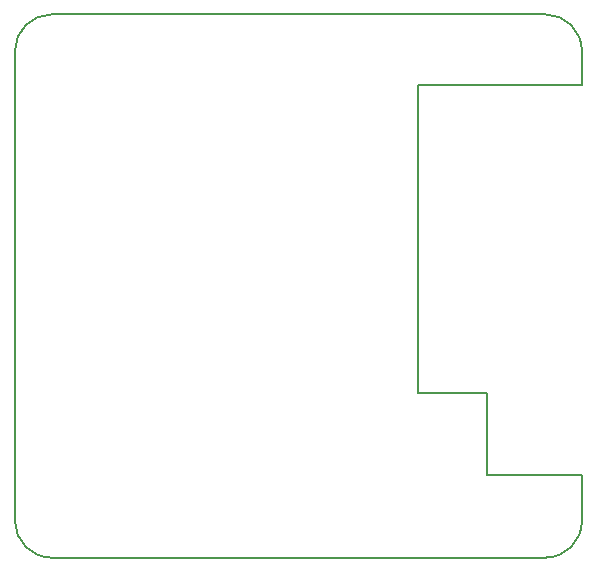
<source format=gbr>
G04 #@! TF.GenerationSoftware,KiCad,Pcbnew,8.99.0-unknown*
G04 #@! TF.CreationDate,2024-03-12T12:42:11+03:00*
G04 #@! TF.ProjectId,opi-hat,6f70692d-6861-4742-9e6b-696361645f70,rev?*
G04 #@! TF.SameCoordinates,Original*
G04 #@! TF.FileFunction,Profile,NP*
%FSLAX46Y46*%
G04 Gerber Fmt 4.6, Leading zero omitted, Abs format (unit mm)*
G04 Created by KiCad (PCBNEW 8.99.0-unknown) date 2024-03-12 12:42:11*
%MOMM*%
%LPD*%
G01*
G04 APERTURE LIST*
G04 #@! TA.AperFunction,Profile*
%ADD10C,0.127000*%
G04 #@! TD*
G04 APERTURE END LIST*
D10*
X81681300Y-54586900D02*
X81681300Y-94386900D01*
X84781300Y-97486899D02*
X126581299Y-97486899D01*
X115841253Y-57501509D02*
X115841253Y-83536509D01*
X115841253Y-83536509D02*
X121683253Y-83536509D01*
X121683253Y-83536509D02*
X121683253Y-90521509D01*
X121683253Y-90521509D02*
X129684253Y-90521509D01*
X126581299Y-51486900D02*
X84781300Y-51486900D01*
X129681299Y-57501509D02*
X115841253Y-57501509D01*
X129681299Y-57501509D02*
X129681299Y-54586900D01*
X129684253Y-90521509D02*
X129684253Y-94382309D01*
X81681300Y-54586900D02*
G75*
G02*
X84781300Y-51486900I3100000J0D01*
G01*
X84781300Y-97486900D02*
G75*
G02*
X81681300Y-94386900I0J3100000D01*
G01*
X126581299Y-51486900D02*
G75*
G02*
X129681302Y-54586900I4J-3099999D01*
G01*
X129681298Y-94386900D02*
G75*
G02*
X126581299Y-97486894I-3099995J1D01*
G01*
M02*

</source>
